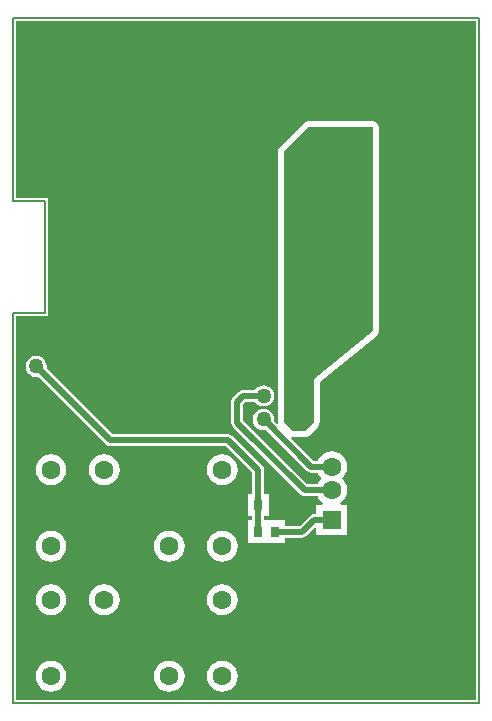
<source format=gbl>
G04 Layer_Physical_Order=2*
G04 Layer_Color=52234*
%FSLAX44Y44*%
%MOMM*%
G71*
G01*
G75*
%ADD10R,0.8000X0.9000*%
%ADD21C,0.5000*%
%ADD25C,0.1500*%
%ADD26C,3.8000*%
%ADD27R,1.6000X1.6000*%
%ADD28C,1.6000*%
%ADD29C,1.2700*%
G36*
X392500Y2500D02*
X2500D01*
Y327500D01*
X30000D01*
Y427500D01*
X2500D01*
Y577500D01*
X392500D01*
Y2500D01*
D02*
G37*
%LPC*%
G36*
X305000Y492598D02*
X250000D01*
X248049Y492210D01*
X246395Y491105D01*
X226395Y471105D01*
X225290Y469451D01*
X224902Y467500D01*
Y237500D01*
X225110Y236453D01*
X223940Y235827D01*
X221269Y238498D01*
X221467Y240000D01*
X221161Y242321D01*
X220265Y244483D01*
X218840Y246340D01*
X216983Y247765D01*
X214821Y248661D01*
X212500Y248967D01*
X210179Y248661D01*
X208017Y247765D01*
X206160Y246340D01*
X204735Y244483D01*
X203839Y242321D01*
X203533Y240000D01*
X203839Y237679D01*
X204735Y235517D01*
X206160Y233660D01*
X208017Y232235D01*
X210179Y231339D01*
X212500Y231033D01*
X214002Y231231D01*
X248866Y196366D01*
X250534Y195252D01*
X252500Y194861D01*
X258158D01*
X258745Y193444D01*
X260828Y190728D01*
X260950Y190635D01*
Y189365D01*
X260828Y189272D01*
X258745Y186556D01*
X258158Y185139D01*
X249629D01*
X195239Y239529D01*
Y252971D01*
X197129Y254861D01*
X205238D01*
X206160Y253660D01*
X208017Y252235D01*
X210179Y251339D01*
X212500Y251033D01*
X214821Y251339D01*
X216983Y252235D01*
X218840Y253660D01*
X220265Y255517D01*
X221161Y257679D01*
X221467Y260000D01*
X221161Y262321D01*
X220265Y264483D01*
X218840Y266340D01*
X216983Y267765D01*
X214821Y268661D01*
X212500Y268967D01*
X210179Y268661D01*
X208017Y267765D01*
X206160Y266340D01*
X205238Y265139D01*
X195000D01*
X195000Y265139D01*
X193034Y264748D01*
X191366Y263634D01*
X186466Y258734D01*
X185352Y257066D01*
X184961Y255100D01*
Y237400D01*
X185352Y235434D01*
X186466Y233766D01*
X243866Y176366D01*
X245534Y175252D01*
X247500Y174861D01*
X258158D01*
X258745Y173444D01*
X260828Y170728D01*
X262729Y169270D01*
X262298Y168000D01*
X257100D01*
Y160139D01*
X255100D01*
X253134Y159748D01*
X251466Y158634D01*
X242971Y150139D01*
X231000D01*
Y154500D01*
X213139D01*
Y158000D01*
X217000D01*
Y177000D01*
X213139D01*
Y197000D01*
X212748Y198967D01*
X211634Y200634D01*
X186134Y226134D01*
X184466Y227248D01*
X182500Y227639D01*
X84628D01*
X28769Y283498D01*
X28967Y285000D01*
X28661Y287321D01*
X27765Y289483D01*
X26340Y291340D01*
X24483Y292765D01*
X22321Y293661D01*
X20000Y293967D01*
X17679Y293661D01*
X15517Y292765D01*
X13660Y291340D01*
X12235Y289483D01*
X11339Y287321D01*
X11033Y285000D01*
X11339Y282679D01*
X12235Y280517D01*
X13660Y278660D01*
X15517Y277235D01*
X17679Y276339D01*
X20000Y276033D01*
X21502Y276231D01*
X78866Y218866D01*
X80534Y217752D01*
X82500Y217361D01*
X180371D01*
X202861Y194872D01*
Y177000D01*
X199000D01*
Y158000D01*
X202861D01*
Y154500D01*
X199000D01*
Y135500D01*
X231000D01*
Y139861D01*
X245100D01*
X247066Y140252D01*
X248734Y141366D01*
X255927Y148559D01*
X257100Y148073D01*
Y142000D01*
X283100D01*
Y168000D01*
X277902D01*
X277471Y169270D01*
X279372Y170728D01*
X281455Y173444D01*
X282765Y176606D01*
X283212Y180000D01*
X282765Y183394D01*
X281455Y186556D01*
X279372Y189272D01*
X279250Y189365D01*
Y190635D01*
X279372Y190728D01*
X281455Y193444D01*
X282765Y196606D01*
X283212Y200000D01*
X282765Y203394D01*
X281455Y206556D01*
X279372Y209272D01*
X276656Y211355D01*
X273494Y212665D01*
X270100Y213112D01*
X266706Y212665D01*
X263544Y211355D01*
X260828Y209272D01*
X258745Y206556D01*
X258158Y205139D01*
X254629D01*
X235827Y223940D01*
X236453Y225110D01*
X237500Y224902D01*
X247500D01*
X249451Y225290D01*
X251105Y226395D01*
X258605Y233895D01*
X259710Y235549D01*
X260098Y237500D01*
Y271675D01*
X308228Y311054D01*
X308391Y311253D01*
X308605Y311395D01*
X309019Y312015D01*
X309492Y312590D01*
X309567Y312836D01*
X309710Y313049D01*
X309855Y313780D01*
X310073Y314493D01*
X310048Y314748D01*
X310098Y315000D01*
Y487500D01*
X309710Y489451D01*
X308605Y491105D01*
X306951Y492210D01*
X305000Y492598D01*
D02*
G37*
G36*
X177500Y210612D02*
X174106Y210165D01*
X170944Y208855D01*
X168228Y206772D01*
X166145Y204056D01*
X164835Y200894D01*
X164388Y197500D01*
X164835Y194106D01*
X166145Y190944D01*
X168228Y188228D01*
X170944Y186145D01*
X174106Y184835D01*
X177500Y184388D01*
X180894Y184835D01*
X184056Y186145D01*
X186772Y188228D01*
X188855Y190944D01*
X190165Y194106D01*
X190612Y197500D01*
X190165Y200894D01*
X188855Y204056D01*
X186772Y206772D01*
X184056Y208855D01*
X180894Y210165D01*
X177500Y210612D01*
D02*
G37*
G36*
X77500D02*
X74106Y210165D01*
X70944Y208855D01*
X68228Y206772D01*
X66144Y204056D01*
X64835Y200894D01*
X64388Y197500D01*
X64835Y194106D01*
X66144Y190944D01*
X68228Y188228D01*
X70944Y186145D01*
X74106Y184835D01*
X77500Y184388D01*
X80894Y184835D01*
X84056Y186145D01*
X86772Y188228D01*
X88855Y190944D01*
X90165Y194106D01*
X90612Y197500D01*
X90165Y200894D01*
X88855Y204056D01*
X86772Y206772D01*
X84056Y208855D01*
X80894Y210165D01*
X77500Y210612D01*
D02*
G37*
G36*
X32500D02*
X29106Y210165D01*
X25944Y208855D01*
X23228Y206772D01*
X21144Y204056D01*
X19835Y200894D01*
X19388Y197500D01*
X19835Y194106D01*
X21144Y190944D01*
X23228Y188228D01*
X25944Y186145D01*
X29106Y184835D01*
X32500Y184388D01*
X35894Y184835D01*
X39056Y186145D01*
X41772Y188228D01*
X43855Y190944D01*
X45165Y194106D01*
X45612Y197500D01*
X45165Y200894D01*
X43855Y204056D01*
X41772Y206772D01*
X39056Y208855D01*
X35894Y210165D01*
X32500Y210612D01*
D02*
G37*
G36*
X177500Y145612D02*
X174106Y145165D01*
X170944Y143855D01*
X168228Y141772D01*
X166145Y139056D01*
X164835Y135894D01*
X164388Y132500D01*
X164835Y129106D01*
X166145Y125944D01*
X168228Y123228D01*
X170944Y121145D01*
X174106Y119835D01*
X177500Y119388D01*
X180894Y119835D01*
X184056Y121145D01*
X186772Y123228D01*
X188855Y125944D01*
X190165Y129106D01*
X190612Y132500D01*
X190165Y135894D01*
X188855Y139056D01*
X186772Y141772D01*
X184056Y143855D01*
X180894Y145165D01*
X177500Y145612D01*
D02*
G37*
G36*
X132500D02*
X129106Y145165D01*
X125944Y143855D01*
X123228Y141772D01*
X121145Y139056D01*
X119835Y135894D01*
X119388Y132500D01*
X119835Y129106D01*
X121145Y125944D01*
X123228Y123228D01*
X125944Y121145D01*
X129106Y119835D01*
X132500Y119388D01*
X135894Y119835D01*
X139056Y121145D01*
X141772Y123228D01*
X143855Y125944D01*
X145165Y129106D01*
X145612Y132500D01*
X145165Y135894D01*
X143855Y139056D01*
X141772Y141772D01*
X139056Y143855D01*
X135894Y145165D01*
X132500Y145612D01*
D02*
G37*
G36*
X32500D02*
X29106Y145165D01*
X25944Y143855D01*
X23228Y141772D01*
X21144Y139056D01*
X19835Y135894D01*
X19388Y132500D01*
X19835Y129106D01*
X21144Y125944D01*
X23228Y123228D01*
X25944Y121145D01*
X29106Y119835D01*
X32500Y119388D01*
X35894Y119835D01*
X39056Y121145D01*
X41772Y123228D01*
X43855Y125944D01*
X45165Y129106D01*
X45612Y132500D01*
X45165Y135894D01*
X43855Y139056D01*
X41772Y141772D01*
X39056Y143855D01*
X35894Y145165D01*
X32500Y145612D01*
D02*
G37*
G36*
X177500Y100612D02*
X174106Y100165D01*
X170944Y98855D01*
X168228Y96772D01*
X166145Y94056D01*
X164835Y90894D01*
X164388Y87500D01*
X164835Y84106D01*
X166145Y80944D01*
X168228Y78228D01*
X170944Y76145D01*
X174106Y74835D01*
X177500Y74388D01*
X180894Y74835D01*
X184056Y76145D01*
X186772Y78228D01*
X188855Y80944D01*
X190165Y84106D01*
X190612Y87500D01*
X190165Y90894D01*
X188855Y94056D01*
X186772Y96772D01*
X184056Y98855D01*
X180894Y100165D01*
X177500Y100612D01*
D02*
G37*
G36*
X77500D02*
X74106Y100165D01*
X70944Y98855D01*
X68228Y96772D01*
X66144Y94056D01*
X64835Y90894D01*
X64388Y87500D01*
X64835Y84106D01*
X66144Y80944D01*
X68228Y78228D01*
X70944Y76145D01*
X74106Y74835D01*
X77500Y74388D01*
X80894Y74835D01*
X84056Y76145D01*
X86772Y78228D01*
X88855Y80944D01*
X90165Y84106D01*
X90612Y87500D01*
X90165Y90894D01*
X88855Y94056D01*
X86772Y96772D01*
X84056Y98855D01*
X80894Y100165D01*
X77500Y100612D01*
D02*
G37*
G36*
X32500D02*
X29106Y100165D01*
X25944Y98855D01*
X23228Y96772D01*
X21144Y94056D01*
X19835Y90894D01*
X19388Y87500D01*
X19835Y84106D01*
X21144Y80944D01*
X23228Y78228D01*
X25944Y76145D01*
X29106Y74835D01*
X32500Y74388D01*
X35894Y74835D01*
X39056Y76145D01*
X41772Y78228D01*
X43855Y80944D01*
X45165Y84106D01*
X45612Y87500D01*
X45165Y90894D01*
X43855Y94056D01*
X41772Y96772D01*
X39056Y98855D01*
X35894Y100165D01*
X32500Y100612D01*
D02*
G37*
G36*
X177500Y35612D02*
X174106Y35165D01*
X170944Y33855D01*
X168228Y31772D01*
X166145Y29056D01*
X164835Y25894D01*
X164388Y22500D01*
X164835Y19106D01*
X166145Y15944D01*
X168228Y13228D01*
X170944Y11144D01*
X174106Y9835D01*
X177500Y9388D01*
X180894Y9835D01*
X184056Y11144D01*
X186772Y13228D01*
X188855Y15944D01*
X190165Y19106D01*
X190612Y22500D01*
X190165Y25894D01*
X188855Y29056D01*
X186772Y31772D01*
X184056Y33855D01*
X180894Y35165D01*
X177500Y35612D01*
D02*
G37*
G36*
X132500D02*
X129106Y35165D01*
X125944Y33855D01*
X123228Y31772D01*
X121145Y29056D01*
X119835Y25894D01*
X119388Y22500D01*
X119835Y19106D01*
X121145Y15944D01*
X123228Y13228D01*
X125944Y11144D01*
X129106Y9835D01*
X132500Y9388D01*
X135894Y9835D01*
X139056Y11144D01*
X141772Y13228D01*
X143855Y15944D01*
X145165Y19106D01*
X145612Y22500D01*
X145165Y25894D01*
X143855Y29056D01*
X141772Y31772D01*
X139056Y33855D01*
X135894Y35165D01*
X132500Y35612D01*
D02*
G37*
G36*
X32500D02*
X29106Y35165D01*
X25944Y33855D01*
X23228Y31772D01*
X21144Y29056D01*
X19835Y25894D01*
X19388Y22500D01*
X19835Y19106D01*
X21144Y15944D01*
X23228Y13228D01*
X25944Y11144D01*
X29106Y9835D01*
X32500Y9388D01*
X35894Y9835D01*
X39056Y11144D01*
X41772Y13228D01*
X43855Y15944D01*
X45165Y19106D01*
X45612Y22500D01*
X45165Y25894D01*
X43855Y29056D01*
X41772Y31772D01*
X39056Y33855D01*
X35894Y35165D01*
X32500Y35612D01*
D02*
G37*
%LPD*%
G36*
X305000Y315000D02*
X255000Y274091D01*
Y237500D01*
X247500Y230000D01*
X237500D01*
X230000Y237500D01*
Y467500D01*
X250000Y487500D01*
X305000D01*
Y315000D01*
D02*
G37*
D10*
X208000Y167500D02*
D03*
X222000D02*
D03*
X208000Y145000D02*
D03*
X222000D02*
D03*
D21*
X252500Y200000D02*
X270100D01*
X222000Y145000D02*
X245100D01*
X255100Y155000D01*
X208000Y145000D02*
Y167500D01*
X20000Y285000D02*
Y285000D01*
X212500Y240000D02*
X252500Y200000D01*
X190100Y255100D02*
X195000Y260000D01*
X20000Y285000D02*
X82500Y222500D01*
X182500D01*
X208000Y197000D01*
Y167500D02*
Y197000D01*
X190100Y237400D02*
Y255100D01*
Y237400D02*
X247500Y180000D01*
X270100D01*
X255100Y155000D02*
X270100D01*
X195000Y260000D02*
X195000Y260000D01*
X212500D01*
D25*
X0Y580000D02*
X395000D01*
Y0D02*
Y580000D01*
X0Y0D02*
X395000D01*
X0D02*
Y330000D01*
X27500D01*
Y425000D01*
X0D02*
X27500D01*
X0D02*
Y580000D01*
D26*
X297200Y255700D02*
D03*
Y124300D02*
D03*
D27*
X270100Y155000D02*
D03*
D28*
Y180000D02*
D03*
X270100Y225000D02*
D03*
X270100Y200000D02*
D03*
X77500Y132500D02*
D03*
X32500D02*
D03*
Y197500D02*
D03*
X77500D02*
D03*
X132500D02*
D03*
X177500D02*
D03*
Y132500D02*
D03*
X132500D02*
D03*
X77500Y22500D02*
D03*
X32500D02*
D03*
Y87500D02*
D03*
X77500D02*
D03*
X132500D02*
D03*
X177500D02*
D03*
Y22500D02*
D03*
X132500D02*
D03*
D29*
X20000Y285000D02*
D03*
X212500Y240000D02*
D03*
Y260000D02*
D03*
X295000Y480000D02*
D03*
X242500Y260000D02*
D03*
Y240000D02*
D03*
X10000Y267500D02*
D03*
M02*

</source>
